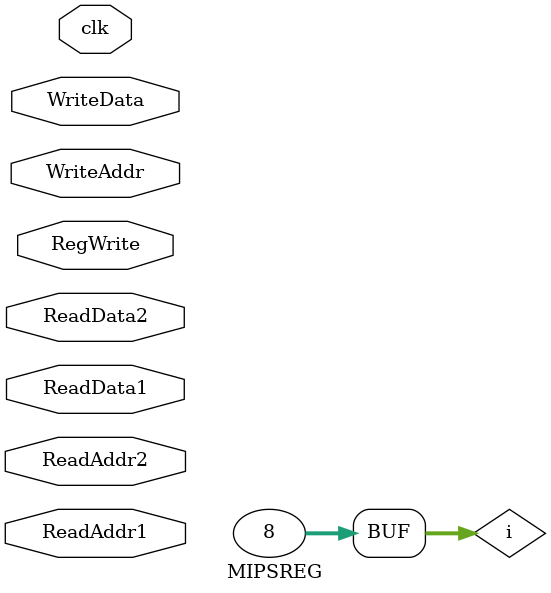
<source format=v>
module MIPSREG(clk, RegWrite, ReadAddr1, ReadAddr2, WriteAddr, ReadData1, ReadData2, WriteData);
parameter DELAY_T = 10;  

parameter MIPS_REG_ADDR_W_m1 = 0;  
parameter MIPS_REG_DATA_W_m1 = 7;  
parameter MIPS_REG_NUM_m1 = 7;  
  
input clk, RegWrite;
input [MIPS_REG_ADDR_W_m1:0] ReadAddr1, ReadAddr2, WriteAddr;  
input [MIPS_REG_DATA_W_m1:0] ReadData1, ReadData2, WriteData;  

reg [MIPS_REG_DATA_W_m1:0] regs [0:MIPS_REG_NUM_m1];

integer i;

initial     //initialize all RAM cells to 0 at startup
  begin
  for (i=0; i <= MIPS_REG_NUM_m1; i = i + 1)
    regs[i] = 0;
  end

always @(posedge clk) begin
  if (RegWrite == 1'b1)
    begin
    #DELAY_T 
    $display($time," writing %m regindex=%b val=%b",WriteAddr,WriteData);
    regs[WriteAddr] = WriteData;
    end
end

assign ReadData1 = regs[ReadAddr1];
assign ReadData2 = regs[ReadAddr2];

endmodule
</source>
